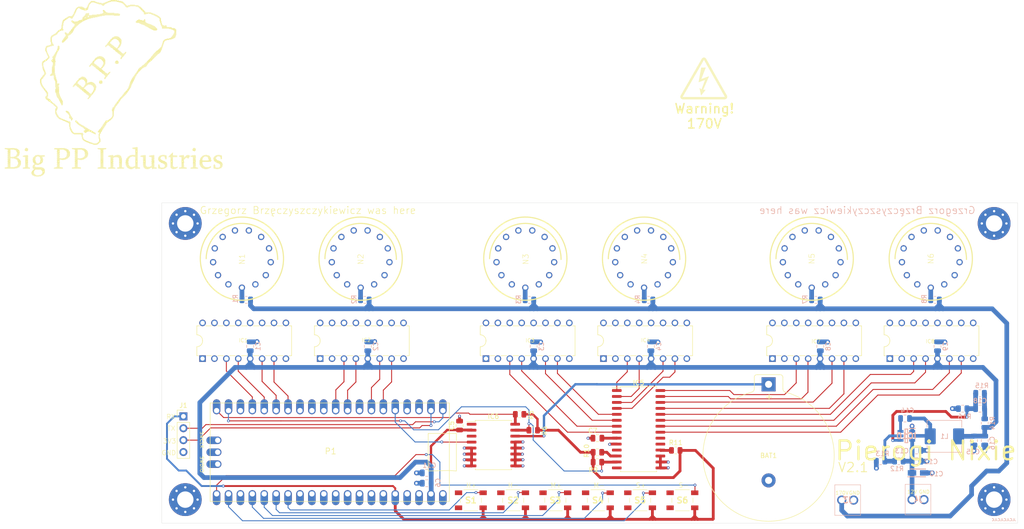
<source format=kicad_pcb>
(kicad_pcb (version 20221018) (generator pcbnew)
  (layers (0 "F.Cu" signal) (1 "In1.Cu" power "GND1") (2 "In2.Cu" power "GND2") (31 "B.Cu" signal) (34 "B.Paste" user) (35 "F.Paste" user) (36 "B.SilkS" user "B.Silkscreen") (37 "F.SilkS" user "F.Silkscreen") (38 "B.Mask" user) (39 "F.Mask" user) (44 "Edge.Cuts" user))
  (net 0 "")
  (net 1 "VCC")
  (net 2 "GND")
  (net 3 "+5V")
  (net 4 "/N13")
  (net 5 "/N10")
  (net 6 "/N11")
  (net 7 "/N15")
  (net 8 "/N14")
  (net 9 "/N16")
  (net 10 "/N17")
  (net 11 "/N12")
  (net 12 "/C1")
  (net 13 "/B1")
  (net 14 "/D1")
  (net 15 "/A1")
  (net 16 "/N19")
  (net 17 "/N18")
  (net 18 "/N23")
  (net 19 "/N20")
  (net 20 "/N21")
  (net 21 "/N25")
  (net 22 "/N24")
  (net 23 "/N26")
  (net 24 "/N27")
  (net 25 "/N22")
  (net 26 "/C2")
  (net 27 "/B2")
  (net 28 "/D2")
  (net 29 "/A2")
  (net 30 "/N29")
  (net 31 "/N28")
  (net 32 "/N33")
  (net 33 "/N30")
  (net 34 "/N31")
  (net 35 "/N35")
  (net 36 "/N34")
  (net 37 "/N36")
  (net 38 "/N37")
  (net 39 "/N32")
  (net 40 "/C3")
  (net 41 "/B3")
  (net 42 "/D3")
  (net 43 "/A3")
  (net 44 "/N39")
  (net 45 "/N38")
  (net 46 "/N43")
  (net 47 "/N40")
  (net 48 "/N41")
  (net 49 "/N45")
  (net 50 "/N44")
  (net 51 "/N46")
  (net 52 "/N47")
  (net 53 "/N42")
  (net 54 "/C4")
  (net 55 "/B4")
  (net 56 "/D4")
  (net 57 "/A4")
  (net 58 "/N49")
  (net 59 "/N48")
  (net 60 "+12V")
  (net 63 "/RSTIO")
  (net 64 "/RSTC")
  (net 66 "/170V1")
  (net 69 "/170V2")
  (net 72 "/170V3")
  (net 75 "/170V4")
  (net 78 "/S1")
  (net 81 "+3V3")
  (net 82 "/S2")
  (net 83 "/S3")
  (net 84 "/S4")
  (net 93 "/SCL1")
  (net 94 "/SDA1")
  (net 97 "/N50")
  (net 98 "/N51")
  (net 99 "/N52")
  (net 100 "/N53")
  (net 101 "/N54")
  (net 102 "/N55")
  (net 103 "/N56")
  (net 104 "/N57")
  (net 105 "/N58")
  (net 106 "/N59")
  (net 107 "/170V5")
  (net 110 "/N60")
  (net 111 "/N61")
  (net 112 "/N62")
  (net 113 "/N63")
  (net 114 "/N64")
  (net 115 "/N65")
  (net 116 "/N66")
  (net 117 "/N67")
  (net 118 "/N68")
  (net 119 "/N69")
  (net 120 "/170V6")
  (net 123 "/C5")
  (net 124 "/B5")
  (net 125 "/D5")
  (net 126 "/A5")
  (net 127 "/C6")
  (net 128 "/B6")
  (net 129 "/D6")
  (net 130 "/A6")
  (net 131 "/TX")
  (net 132 "/RX")
  (net 133 "/S5")
  (net 134 "/S6")
  (net 148 "Net-(IC10-BOOT)")
  (net 149 "Net-(IC10-SW)")
  (net 150 "Net-(C18-Pad1)")
  (net 151 "Net-(IC10-FB)")
  (net 154 "Net-(BAT1-+)")
  (net 155 "Net-(IC10-EN)")
  (footprint "MountingHole:MountingHole_3.5mm_Pad_Via" (layer "F.Cu") (at 70 141.1)
    (fp_text reference "H2" hide)
    (fp_text value "MountingHole" hide)
  )
  (footprint "Package_SO:SOIC-16W_7.5x10.3mm_P1.27mm" (layer "F.Cu") (at 135.712 129.465)
    (fp_text reference "IC6")
    (fp_text value "DS3231M+TRL" hide)
  )
  (footprint "Capacitor_SMD:C_0805_2012Metric" (layer "F.Cu") (at 157.9 128 180)
    (fp_text reference "C7")
    (fp_text value "100nf" hide)
  )
  (footprint "footprints:PTS647SN50SMTR2LFS" (layer "F.Cu") (at 130.9 141.24 180)
    (fp_text reference "S1")
    (fp_text value "PTS647SN50SMTR2LFS" hide)
  )
  (footprint "nixie:HVSMALL" (layer "F.Cu") (at 175.5 56.33115)
    (fp_text reference "U$2" hide)
    (fp_text value "HVSMALL" hide)
  )
  (footprint "footprints:PTS647SN50SMTR2LFS" (layer "F.Cu") (at 167 141.24 180)
    (fp_text reference "S5")
    (fp_text value "PTS647SN50SMTR2LFS" hide)
  )
  (footprint "Resistor_SMD:R_0805_2012Metric" (layer "F.Cu") (at 157.9 133.1)
    (fp_text reference "R9")
    (fp_text value "10k" hide)
  )
  (footprint "MountingHole:MountingHole_3.5mm_Pad_Via" (layer "F.Cu") (at 242.5 82.2)
    (fp_text reference "H3" hide)
    (fp_text value "MountingHole" hide)
  )
  (footprint "Resistor_SMD:R_0805_2012Metric" (layer "F.Cu") (at 141.3 122.9 180)
    (fp_text reference "R5")
    (fp_text value "10k" hide)
  )
  (footprint "Connector_PinHeader_2.54mm:PinHeader_1x04_P2.54mm_Vertical" (layer "F.Cu") (at 69.6 123.34)
    (fp_text reference "J1")
    (fp_text value "M20-9990446" hide)
  )
  (footprint "TimeExpander:DIP16-2.54-19.2X7.62MM" (layer "F.Cu") (at 143.0166 107.22)
    (fp_text reference "IC3")
    (fp_text value "K155ID1" hide)
  )
  (footprint "MountingHole:MountingHole_3.5mm_Pad_Via" (layer "F.Cu") (at 70 82.2 90)
    (fp_text reference "H1" hide)
    (fp_text value "MountingHole" hide)
  )
  (footprint "nixie:BIGPP" (layer "F.Cu") (at 30.735 70.2574)
    (fp_text reference "U$3" hide)
    (fp_text value "BIGPP" hide)
  )
  (footprint "MountingHole:MountingHole_3.5mm_Pad_Via" (layer "F.Cu") (at 242.5 141.1)
    (fp_text reference "H4" hide)
    (fp_text value "MountingHole" hide)
  )
  (footprint "nixie:RPI_PICO_TH" (layer "F.Cu") (at 100.81 130.99 -90)
    (fp_text reference "P1")
    (fp_text value "RPI_PICO-TH" hide)
  )
  (footprint "footprints:PTS647SN50SMTR2LFS" (layer "F.Cu") (at 148.925 141.24 180)
    (fp_text reference "S3")
    (fp_text value "PTS647SN50SMTR2LFS" hide)
  )
  (footprint "footprints:PTS647SN50SMTR2LFS" (layer "F.Cu") (at 176.025 141.24 180)
    (fp_text reference "S6")
    (fp_text value "PTS647SN50SMTR2LFS" hide)
  )
  (footprint "Capacitor_SMD:C_0805_2012Metric" (layer "F.Cu") (at 128.5 125.3 90)
    (fp_text reference "C5")
    (fp_text value "100nf" hide)
  )
  (footprint "Battery:BatteryHolder_Keystone_106_1x20mm" (layer "F.Cu") (at 194.4 116.51 -90)
    (fp_text reference "BAT1")
    (fp_text value "36-106-ND" hide)
  )
  (footprint "Resistor_SMD:R_0805_2012Metric" (layer "F.Cu") (at 157.9 131)
    (fp_text reference "R10")
    (fp_text value "10k" hide)
  )
  (footprint "TimeExpander:DIP16-2.54-19.2X7.62MM" (layer "F.Cu") (at 229.15 107.22)
    (fp_text reference "IC8")
    (fp_text value "K155ID1" hide)
  )
  (footprint "TimeExpander:DIP16-2.54-19.2X7.62MM" (layer "F.Cu") (at 204.116 107.22)
    (fp_text reference "IC7")
    (fp_text value "K155ID1" hide)
  )
  (footprint "Package_SO:SOIC-28W_7.5x17.9mm_P1.27mm" (layer "F.Cu") (at 166.675 126.085)
    (fp_text reference "IC5")
    (fp_text value "MCP23017-E_SO" hide)
  )
  (footprint "Resistor_SMD:R_0805_2012Metric" (layer "F.Cu") (at 174.6 130.6)
    (fp_text reference "R11")
    (fp_text value "10k" hide)
  )
  (footprint "footprints:PTS647SN50SMTR2LFS" (layer "F.Cu") (at 139.925 141.24 180)
    (fp_text reference "S2")
    (fp_text value "PTS647SN50SMTR2LFS" hide)
  )
  (footprint "TimeExpander:DIP16-2.54-19.2X7.62MM" (layer "F.Cu") (at 168.0786 107.22)
    (fp_text reference "IC4")
    (fp_text value "K155ID1" hide)
  )
  (footprint "TimeExpander:DIP16-2.54-19.2X7.62MM" (layer "F.Cu") (at 107.6546 107.22)
    (fp_text reference "IC2")
    (fp_text value "SN74141" hide)
  )
  (footprint "Resistor_SMD:R_0805_2012Metric" (layer "F.Cu") (at 144.2 126.3)
    (fp_text reference "R6")
    (fp_text value "10k" hide)
  )
  (footprint "TimeExpander:DIP16-2.54-19.2X7.62MM" (layer "F.Cu") (at 82.5726 107.22)
    (fp_text reference "IC1")
    (fp_text value "K155ID1" hide)
  )
  (footprint "footprints:PTS647SN50SMTR2LFS" (layer "F.Cu") (at 158 141.24 180)
    (fp_text reference "S4")
    (fp_text value "PTS647SN50SMTR2LFS" hide)
  )
  (footprint "Capacitor_SMD:C_0805_2012Metric" (layer "B.Cu") (at 121.5 137.6 180)
    (fp_text reference "C6")
    (fp_text value "100nf" hide)
  )
  (footprint "Capacitor_SMD:C_0805_2012Metric" (layer "B.Cu") (at 239.5 121.7 180)
    (fp_text reference "C18")
    (fp_text value "75pF" hide)
  )
  (footprint "footprints:CAPPM3216X180N" (layer "B.Cu") (at 226.2875 135.4)
    (fp_text reference "C10")
    (fp_text value "47uF" hide)
  )
  (footprint "nixie:IN-14" (layer "B.Cu") (at 228.9894 89.71 180)
    (fp_text reference "N6")
    (fp_text value "IN-14" hide)
  )
  (footprint "Capacitor_SMD:C_0805_2012Metric" (layer "B.Cu") (at 83.8426 108.4 90)
    (fp_text reference "C1")
    (fp_text value "100nf" hide)
  )
  (footprint "Capacitor_SMD:C_0805_2012Metric" (layer "B.Cu") (at 169.3 108.4 90)
    (fp_text reference "C4")
    (fp_text value "100nf" hide)
  )
  (footprint "Capacitor_SMD:C_0805_2012Metric" (layer "B.Cu") (at 230.434 108.4 90)
    (fp_text reference "C9")
    (fp_text value "100nf" hide)
  )
  (footprint "footprints:OSTVN02A150" (layer "B.Cu") (at 225 141.1)
    (fp_text reference "J4")
    (fp_text value "OSTVN02A150" hide)
  )
  (footprint "Capacitor_SMD:C_0805_2012Metric" (layer "B.Cu") (at 108.934 108.4 90)
    (fp_text reference "C2")
    (fp_text value "100nf" hide)
  )
  (footprint "nixie:IN-14" (layer "B.Cu") (at 167.8446 89.71 180)
    (fp_text reference "N4")
    (fp_text value "IN-14" hide)
  )
  (footprint "footprints:SOT95P280X110-6N" (layer "B.Cu") (at 223.7875 127.5 180)
    (fp_text reference "IC10")
    (fp_text value "TPS54302DDCT" hide)
  )
  (footprint "Inductor_SMD:L_Abracon_ASPI-0630LR" (layer "B.Cu") (at 231.9 127.6)
    (fp_text reference "L1")
    (fp_text value "10uH" hide)
  )
  (footprint "Resistor_SMD:R_0805_2012Metric" (layer "B.Cu") (at 222.1875 132.9 180)
    (fp_text reference "R12")
    (fp_text value "511K " hide)
  )
  (footprint "Resistor_SMD:R_0805_2012Metric" (layer "B.Cu") (at 240.5 124.7875 90)
    (fp_text reference "R14")
    (fp_text value "49.9" hide)
  )
  (footprint "Resistor_SMD:R_0805_2012Metric" (layer "B.Cu") (at 143.4 98.5 180)
    (fp_text reference "R3")
    (fp_text value "10k" hide)
  )
  (footprint "Capacitor_SMD:C_0805_2012Metric" (layer "B.Cu") (at 144.3 108.4 90)
    (fp_text reference "C3")
    (fp_text value "100nf" hide)
  )
  (footprint "Capacitor_SMD:C_0805_2012Metric" (layer "B.Cu") (at 225.95 130.6)
    (fp_text reference "C13")
    (fp_text value ".1uF" hide)
  )
  (footprint "Capacitor_SMD:C_0805_2012Metric" (layer "B.Cu") (at 240.5 128.5 -90)
    (fp_text reference "C16")
    (fp_text value "22uF" hide)
  )
  (footprint "Resistor_SMD:R_0805_2012Metric" (layer "B.Cu") (at 229.9 98.5)
    (fp_text reference "R8")
    (fp_text value "10k" hide)
  )
  (footprint "Capacitor_SMD:C_0805_2012Metric" (layer "B.Cu") (at 121.5 135.4 180)
    (fp_text reference "C11")
    (fp_text value "10uF" hide)
  )
  (footprint "Resistor_SMD:R_0805_2012Metric" (layer "B.Cu") (at 108.3 98.5 180)
    (fp_text reference "R2")
    (fp_text value "10k" hide)
  )
  (footprint "Capacitor_SMD:C_0805_2012Metric" (layer "B.Cu") (at 223.5 123.8)
    (fp_text reference "C14")
    (fp_text value ".1uF" hide)
  )
  (footprint "Capacitor_SMD:C_0805_2012Metric" (layer "B.Cu") (at 238.2 128.5 -90)
    (fp_text reference "C15")
    (fp_text value "22uF" hide)
  )
  (footprint "Resistor_SMD:R_0805_2012Metric" (layer "B.Cu") (at 168.8 98.5 180)
    (fp_text reference "R4")
    (fp_text value "10k" hide)
  )
  (footprint "Resistor_SMD:R_0805_2012Metric" (layer "B.Cu") (at 204.5 98.5)
    (fp_text reference "R7")
    (fp_text value "10k" hide)
  )
  (footprint "Resistor_SMD:R_0805_2012Metric" (layer "B.Cu") (at 83 98.5 180)
    (fp_text reference "R1")
    (fp_text value "10k" hide)
  )
  (footprint "Capacitor_SMD:C_0805_2012Metric" (layer "B.Cu") (at 225.95 132.9)
    (fp_text reference "C12")
    (fp_text value "10uF" hide)
  )
  (footprint "footprints:OSTVN02A150" (layer "B.Cu") (at 210 141.2)
    (fp_text reference "J3")
    (fp_text value "OSTVN02A150" hide)
  )
  (footprint "Resistor_SMD:R_0805_2012Metric" (layer "B.Cu") (at 239.5 118.4 180)
    (fp_text reference "R15")
    (fp_text value "100K" hide)
  )
  (footprint "Resistor_SMD:R_0805_2012Metric" (layer "B.Cu") (at 235.8 121.7 180)
    (fp_text reference "R16")
    (fp_text value "13.3K" hide)
  )
  (footprint "nixie:IN-14" (layer "B.Cu") (at 203.6002 89.71 180)
    (fp_text reference "N5")
    (fp_text value "IN-14" hide)
  )
  (footprint "Resistor_SMD:R_0805_2012Metric" (layer "B.Cu") (at 218.2875 132.9 180)
    (fp_text reference "R13")
    (fp_text value "105K" hide)
  )
  (footprint "Capacitor_SMD:C_0805_2012Metric" (layer "B.Cu") (at 205.434 108.4 90)
    (fp_text reference "C8")
    (fp_text value "100nf" hide)
  )
  (footprint "nixie:IN-14" (layer "B.Cu") (at 142.5228 89.71 180)
    (fp_text reference "N3")
    (fp_text value "IN-14" hide)
  )
  (footprint "nixie:IN-14" (layer "B.Cu") (at 82.0788 89.71 180)
    (fp_text reference "N1")
    (fp_text value "IN-14" hide)
  )
  (footprint "nixie:IN-14" (layer "B.Cu") (at 107.4006 89.71 180)
    (fp_text reference "N2")
    (fp_text value "IN-14" hide)
  )
  (gr_line (start 247.5 146.1) (end 247.5 77.8221) (stroke (width 0.05)) (layer "Edge.Cuts"))
  (gr_line (start 65 146.1) (end 247.5 146.1) (stroke (width 0.05)) (layer "Edge.Cuts"))
  (gr_line (start 247.5 77.8221) (end 65 77.8221) (stroke (width 0.05)) (layer "Edge.Cuts"))
  (gr_line (start 65 77.8221) (end 65 146.1) (stroke (width 0.05)) (layer "Edge.Cuts"))
  (gr_text "Grzegorz Brzęczyszczykiewicz was here" (at 238.6 80.3) (layer "B.SilkS") (effects (font (size 1.542288 1.542288) (thickness 0.134112)) (justify left bottom mirror)))
  (gr_text "JLCJLCJLCJLC" (at 247.2 145.7) (layer "B.SilkS") (effects (font (size 0.5 0.5) (thickness 0.1)) (justify left bottom mirror)))
  (gr_text "M+" (at 147.85 138.64) (layer "F.SilkS") (effects (font (size 1 1) (thickness 0.1)) (justify left bottom)))
  (gr_text "V2.1" (at 209.086954 135.399433) (layer "F.SilkS") (effects (font (size 2 2) (thickness 0.2)) (justify left bottom)))
  (gr_text "H-" (at 138.75 138.64) (layer "F.SilkS") (effects (font (size 1 1) (thickness 0.1)) (justify left bottom)))
  (gr_text "M-" (at 157.025 138.64) (layer "F.SilkS") (effects (font (size 1 1) (thickness 0.1)) (justify left bottom)))
  (gr_text "GND" (at 64.9 131.7) (layer "F.SilkS") (effects (font (size 1 1) (thickness 0.1)) (justify left bottom)))
  (gr_text "3V3" (at 65.2 129.2) (layer "F.SilkS") (effects (font (size 1 1) (thickness 0.1)) (justify left bottom)))
  (gr_text "S-" (at 175.15 138.64) (layer "F.SilkS") (effects (font (size 1 1) (thickness 0.1)) (justify left bottom)))
  (gr_text "SWDIO" (at 73.1 131.78 270) (layer "F.SilkS") (effects (font (size 0.75 0.75) (thickness 0.1)) (justify left bottom)))
  (gr_text "GND\n" (at 211.5 140.1) (layer "F.SilkS") (effects (font (size 0.75 0.75) (thickness 0.1016)) (justify left bottom)))
  (gr_text "Pierogi Nixie" (at 208.286954 132.999433) (layer "F.SilkS") (effects (font (size 4 4) (thickness 0.5)) (justify left bottom)))
  (gr_text "SWCLK" (at 73.1 126.48 270) (layer "F.SilkS") (effects (font (size 0.75 0.75) (thickness 0.1)) (justify left bottom)))
  (gr_text "TX" (at 66.1 126.5) (layer "F.SilkS") (effects (font (size 1 1) (thickness 0.1)) (justify left bottom)))
  (gr_text "S+" (at 166.025 138.64) (layer "F.SilkS") (effects (font (size 1 1) (thickness 0.1)) (justify left bottom)))
  (gr_text "Grzegorz Brzęczyszczykiewicz was here" (at 73 80.3) (layer "F.SilkS") (effects (font (size 1.542288 1.542288) (thickness 0.134112)) (justify left bottom)))
  (gr_text "GND" (at 226.4 139.883) (layer "F.SilkS") (effects (font (size 0.75 0.75) (thickness 0.1016)) (justify left bottom)))
  (gr_text "RX" (at 65.9 124) (layer "F.SilkS") (effects (font (size 1 1) (thickness 0.1)) (justify left bottom)))
  (gr_text "Warning!\n170V" (at 180.7 62.1) (layer "F.SilkS") (effects (font (size 2 2) (thickness 0.3048)) (justify bottom)))
  (gr_text "H+" (at 129.825 138.64) (layer "F.SilkS") (effects (font (size 1 1) (thickness 0.1)) (justify left bottom)))
  (gr_text "12V" (at 223.9 139.883) (layer "F.SilkS") (effects (font (size 0.75 0.75) (thickness 0.1016)) (justify left bottom)))
  (gr_text "170V" (at 208.6 140.1) (layer "F.SilkS") (effects (font (size 0.75 0.75) (thickness 0.1016)) (justify left bottom)))
  (segment (start 230.8 100.4) (end 230 100.4) (width 1) (layer "B.Cu") (net 1))
  (segment (start 144.3 100.4) (end 109.2 100.4) (width 1) (layer "B.Cu") (net 1))
  (segment (start 210 143.4) (end 211.2 144.6) (width 1) (layer "B.Cu") (net 1))
  (segment (start 230.8125 98.5) (end 230.8125 99.6) (width 1) (layer "B.Cu") (net 1))
  (segment (start 240.9 135) (end 243.5 135) (width 1) (layer "B.Cu") (net 1))
  (segment (start 205.4 99.6) (end 204.6 100.4) (width 1) (layer "B.Cu") (net 1))
  (segment (start 211.2 144.6) (end 233.127619 144.6) (width 1) (layer "B.Cu") (net 1))
  (segment (start 237.7 138.2) (end 240.9 135) (width 1) (layer "B.Cu") (net 1))
  (segment (start 230 100.4) (end 205.4 100.4) (width 1) (layer "B.Cu") (net 1))
  (segment (start 84.6 100.4) (end 83.9125 99.7125) (width 1) (layer "B.Cu") (net 1))
  (segment (start 242.1 100.4) (end 231.6 100.4) (width 1) (layer "B.Cu") (net 1))
  (segment (start 205.4125 98.5) (end 205.4125 100.3875) (width 1) (layer "B.Cu") (net 1))
  (segment (start 230.8125 99.6) (end 230.8 99.6) (width 1) (layer "B.Cu") (net 1))
  (segment (start 109.2 100.4) (end 84.6 100.4) (width 1) (layer "B.Cu") (net 1))
  (segment (start 169.7 100.4) (end 144.3 100.4) (width 1) (layer "B.Cu") (net 1))
  (segment (start 169.7125 100.3875) (end 169.7 100.4) (width 1) (layer "B.Cu") (net 1))
  (segment (start 205.4125 99.6125) (end 206.2 100.4) (width 1) (layer "B.Cu") (net 1))
  (segment (start 230.8125 99.6125) (end 231.6 100.4) (width 1) (layer "B.Cu") (net 1))
  (segment (start 83.9125 99.7125) (end 83.9125 98.5) (width 1) (layer "B.Cu") (net 1))
  (segment (start 169.7125 98.5) (end 169.7125 100.3875) (width 1) (layer "B.Cu") (net 1))
  (segment (start 230.8125 100.3875) (end 230.8 100.4) (width 1) (layer "B.Cu") (net 1))
  (segment (start 245.2 133.3) (end 245.2 103.5) (width 1) (layer "B.Cu") (net 1))
  (segment (start 210 141.2) (end 210 143.4) (width 1) (layer "B.Cu") (net 1))
  (segment (start 169.7125 99.6125) (end 170.5 100.4) (width 1) (layer "B.Cu") (net 1))
  (segment (start 243.5 135) (end 245.2 133.3) (width 1) (layer "B.Cu") (net 1))
  (segment (start 109.2125 99.6125) (end 110 100.4) (width 1) (layer "B.Cu") (net 1))
  (segment (start 109.2125 100.3875) (end 109.2 100.4) (width 1) (layer "B.Cu") (net 1))
  (segment (start 144.3125 100.3875) (end 144.3 100.4) (width 1) (layer "B.Cu") (net 1))
  (segment (start 205.4 100.4) (end 169.7 100.4) (width 1) (layer "B.Cu") (net 1))
  (segment (start 169.7 99.6) (end 168.9 100.4) (width 1) (layer "B.Cu") (net 1))
  (segment (start 245.2 103.5) (end 242.1 100.4) (width 1) (layer "B.Cu") (net 1))
  (segment (start 230.8125 99.6) (end 230.8125 99.6125) (width 1) (layer "B.Cu") (net 1))
  (segment (start 231.6 100.4) (end 230.8 100.4) (width 1) (layer "B.Cu") (net 1))
  (segment (start 109.2125 98.5) (end 109.2125 100.3875) (width 1) (layer "B.Cu") (net 1))
  (segment (start 205.4125 100.3875) (end 205.4 100.4) (width 1) (layer "B.Cu") (net 1))
  (segment (start 237.7 140.027619) (end 237.7 138.2) (width 1) (layer "B.Cu") (net 1))
  (segment (start 233.127619 144.6) (end 237.7 140.027619) (width 1) (layer "B.Cu") (net 1))
  (segment (start 144.3125 98.5) (end 144.3125 100.3875) (width 1) (layer "B.Cu") (net 1))
  (segment (start 144.3 99.6) (end 143.5 100.4) (width 1) (layer "B.Cu") (net 1))
  (segment (start 109.2 99.6) (end 108.4 100.4) (width 1) (layer "B.Cu") (net 1))
  (segment (start 230.8125 99.6) (end 230.8125 100.3875) (width 1) (layer "B.Cu") (net 1))
  (segment (start 144.3125 99.6125) (end 145.1 100.4) (width 1) (layer "B.Cu") (net 1))
  (segment (start 230.8 99.6) (end 230 100.4) (width 1) (layer "B.Cu") (net 1))
  (segment (start 140.362 133.91) (end 141.99 133.91) (width 0.6) (layer "F.Cu") (net 2))
  (segment (start 141.99 128.81) (end 142 128.8) (width 0.6) (layer "F.Cu") (net 2))
  (segment (start 140.262 131.41) (end 141.89 131.41) (width 0.6) (layer "F.Cu") (net 2))
  (segment (start 131.062 130.1) (end 129.5 130.1) (width 0.6) (layer "F.Cu") (net 2))
  (segment (start 141.89 131.41) (end 141.9 131.4) (width 0.6) (layer "F.Cu") (net 2))
  (segment (start 172.97 133.07) (end 173 133.1) (width 0.6) (layer "F.Cu") (net 2))
  (segment (start 131.062 132.6) (end 129.5 132.6) (width 0.6) (layer "F.Cu") (net 2))
  (segment (start 141.99 133.91) (end 142 133.9) (width 0.6) (layer "F.Cu") (net 2))
  (segment (start 140.362 130.11) (end 141.99 130.11) (width 0.6) (layer "F.Cu") (net 2))
  (segment (start 131.062 133.9) (end 129.5 133.9) (width 0.6) (layer "F.Cu") (net 2))
  (segment (start 160.54 129.26) (end 160.5 129.3) (width 0.6) (layer "F.Cu") (net 2))
  (segment (start 171.325 133.07) (end 172.97 133.07) (width 0.6) (layer "F.Cu") (net 2))
  (segment (start 171.325 133.07) (end 171.325 134.34) (width 0.6) (layer "F.Cu") (net 2))
  (segment (start 141.99 132.61) (end 142 132.6) (width 0.6) (layer "F.Cu") (net 2))
  (segment (start 172.96 134.34) (end 173 134.3) (width 0.6) (layer "F.Cu") (net 2))
  (segment (start 140.362 132.61) (end 141.99 132.61) (width 0.6) (layer "F.Cu") (net 2))
  (segment (start 131.062 130.1) (end 131.062 133.91) (width 0.6) (layer "F.Cu") (net 2))
  (segment (start 156.95 128) (end 155.9 128) (width 0.6) (layer "F.Cu") (net 2))
  (segment (start 140.362 128.83) (end 140.362 133.91) (width 0.6) (layer "F.Cu") (net 2))
  (segment (start 140.362 128.81) (end 141.99 128.81) (width 0.6) (layer "F.Cu") (net 2))
  (segment (start 171.325 131.8) (end 171.325 133.07) (width 0.6) (layer "F.Cu") (net 2))
  (segment (start 131.062 131.4) (end 129.5 131.4) (width 0.6) (layer "F.Cu") (net 2))
  (segment (start 162.025 129.26) (end 160.54 129.26) (width 0.6) (layer "F.Cu") (net 2))
  (segment (start 141.99 130.11) (end 142 130.1) (width 0.6) (layer "F.Cu") (net 2))
  (segment (start 171.325 134.34) (end 172.96 134.34) (width 0.6) (layer "F.Cu") (net 2))
  (segment (start 128.5 124.35) (end 128.5 123.3) (width 0.6) (layer "F.Cu") (net 2))
  (via (at 141.9 131.4) (size 0.6) (drill 0.3) (layers "F.Cu" "B.Cu") (net 2))
  (via (at 142 132.6) (size 0.6) (drill 0.3) (layers "F.Cu" "B.Cu") (net 2))
  (via (at 170.8 107.5) (size 1) (drill 0.5) (layers "F.Cu" "B.Cu") (net 2))
  (via (at 217.4 134.4) (size 1) (drill 0.5) (layers "F.Cu" "B.Cu") (net 2))
  (via (at 142 130.1) (size 0.6) (drill 0.3) (layers "F.Cu" "B.Cu") (net 2))
  (via (at 232 107.5) (size 1) (drill 0.5) (layers "F.Cu" "B.Cu") (net 2))
  (via (at 228.2 130.6) (size 1) (drill 0.5) (layers "F.Cu" "B.Cu") (net 2))
  (via (at 85.3 107.4) (size 1) (drill 0.5) (layers "F.Cu" "B.Cu") (net 2))
  (via (at 207 107.5) (size 1) (drill 0.5) (layers "F.Cu" "B.Cu") (net 2))
  (via (at 129.5 131.4) (size 0.6) (drill 0.3) (layers "F.Cu" "B.Cu") (net 2))
  (via (at 145.8 107.5) (size 1) (drill 0.5) (layers "F.Cu" "B.Cu") (net 2))
  (via (at 228.2 132.9) (size 1) (drill 0.5) (layers "F.Cu" "B.Cu") (net 2))
  (via (at 129.5 132.6) (size 0.6) (drill 0.3) (layers "F.Cu" "B.Cu") (net 2))
  (via (at 142 133.9) (size 0.6) (drill 0.3) (layers "F.Cu" "B.Cu") (net 2))
  (via (at 155.9 128) (size 0.6) (drill 0.3) (layers "F.Cu" "B.Cu") (net 2))
  (via (at 229.3 135.4) (size 1) (drill 0.5) (layers "F.Cu" "B.Cu") (net 2))
  (via (at 128.5 123.3) (size 0.6) (drill 0.3) (layers "F.Cu" "B.Cu") (net 2))
  (via (at 173 133.1) (size 0.6) (drill 0.3) (layers "F.Cu" "B.Cu") (net 2))
  (via (at 173 134.3) (size 0.6) (drill 0.3) (layers "F.Cu" "B.Cu") (net 2))
  (via (at 240.5 130.7) (size 1) (drill 0.5) (layers "F.Cu" "B.Cu") (net 2))
  (via (at 225 125.4) (size 1) (drill 0.5) (layers "F.Cu" "B.Cu") (net 2))
  (via (at 129.5 130.1) (size 0.6) (drill 0.3) (layers "F.Cu" "B.Cu") (net 2))
  (via (at 233.6 121.7) (size 1) (drill 0.5) (layers "F.Cu" "B.Cu") (net 2))
  (via (at 238.2 130.7) (size 1) (drill 0.5) (layers "F.Cu" "B.Cu") (net 2))
  (via (at 119.3 137.6) (size 1) (drill 0.5) (layers "F.Cu" "B.Cu") (net 2))
  (via (at 160.5 129.3) (size 0.6) (drill 0.3) (layers "F.Cu" "B.Cu") (net 2))
  (via (at 119.3 135.4) (size 1) (drill 0.5) (layers "F.Cu" "B.Cu") (net 2))
  (via (at 129.5 133.9) (size 0.6) (drill 0.3) (layers "F.Cu" "B.Cu") (net 2))
  (via (at 110.4 107.4) (size 1) (drill 0.5) (layers "F.Cu" "B.Cu") (net 2))
  (via (at 142 128.8) (size 0.6) (drill 0.3) (layers "F.Cu" "B.Cu") (net 2))
  (segment (start 230.434 107.45) (end 231.95 107.45) (width 1) (layer "B.Cu") (net 2))
  (segment (start 206.95 107.45) (end 207 107.5) (width 1) (layer "B.Cu") (net 2))
  (segment (start 205.434 107.45) (end 206.95 107.45) (width 1) (layer "B.Cu") (net 2))
  (segment (start 85.25 107.45) (end 85.3 107.4) (width 1) (layer "B.Cu") (net 2))
  (segment (start 217.375 132.9) (end 217.375 134.375) (width 1) (layer "B.Cu") (net 2))
  (segment (start 238.2 129.45) (end 238.2 130.7) (width 1) (layer "B.Cu") (net 2))
  (segment (start 231.95 107.45) (end 232 107.5) (width 1) (layer "B.Cu") (net 2))
  (segment (start 83.8426 107.45) (end 85.25 107.45) (width 1) (layer "B.Cu") (net 2))
  (segment (start 227.5875 135.4) (end 229.3 135.4) (width 1) (layer "B.Cu") (net 2))
  (segment (start 120.55 137.6) (end 119.3 137.6) (width 1) (layer "B.Cu") (net 2))
  (segment (start 234.8875 121.7) (end 233.6 121.7) (width 1) (layer "B.Cu") (net 2))
  (segment (start 110.35 107.45) (end 110.4 107.4) (width 1) (layer "B.Cu") (net 2))
  (segment (start 108.934 107.45) (end 110.35 107.45) (width 1) (layer "B.Cu") (net 2))
  (segment (start 225.0375 125.4375) (end 225 125.4) (width 0.8) (layer "B.Cu") (net 2))
  (segment (start 169.3 107.45) (end 170.75 107.45) (width 1) (layer "B.Cu") (net 2))
  (segment (start 240.5 129.45) (end 240.5 130.7) (width 1) (layer "B.Cu") (net 2))
  (segment (start 170.75 107.45) (end 170.8 107.5) (width 1) (layer "B.Cu") (net 2))
  (segment (start 144.3 107.45) (end 145.75 107.45) (width 1) (layer "B.Cu") (net 2))
  (segment (start 217.375 134.375) (end 217.4 134.4) (width 1) (layer "B.Cu") (net 2))
  (segment (start 226.9 132.9) (end 228.2 132.9) (width 1) (layer "B.Cu") (net 2))
  (segment (start 145.75 107.45) (end 145.8 107.5) (width 1) (layer "B.Cu") (net 2))
  (segment (start 226.9 130.6) (end 228.2 130.6) (width 1) (layer "B.Cu") (net 2))
  (segment (start 120.55 135.4) (end 119.3 135.4) (width 1) (layer "B.Cu") (net 2))
  (segment (start 225.0375 126.55) (end 225.0375 125.4375) (width 0.8) (layer "B.Cu") (net 2))
  (segment (start 128.5 126.25) (end 131.022 126.25) (width 0.6) (layer "F.Cu") (net 3))
  (segment (start 122.4 129.7) (end 125.85 126.25) (width 0.5) (layer "F.Cu") (net 3))
  (segment (start 125.85 126.25) (end 128.5 126.25) (width 0.5) (layer "F.Cu") (net 3))
  (segment (start 162.015 128) (end 162.025 127.99) (width 0.6) (layer "F.Cu") (net 3))
  (segment (start 122.4 139.88) (end 122.4 129.7) (width 0.5) (layer "F.Cu") (net 3))
  (segment (start 131.022 126.25) (end 131.062 126.29) (width 0.6) (layer "F.Cu") (net 3))
  (segment (start 158.85 128) (end 162.015 128) (width 0.6) (layer "F.Cu") (net 3))
  (segment (start 205.386 111.03) (end 205.386 112.1) (width 1) (layer "B.Cu") (net 3))
  (segment (start 230.4 112.1) (end 229.6 112.9) (width 1) (layer "B.Cu") (net 3))
  (segment (start 205.4 112.9) (end 204.6 112.9) (width 1) (layer "B.Cu") (net 3))
  (segment (start 122.45 137.6) (end 122.45 139.83) (width 1) (layer "B.Cu") (net 3))
  (segment (start 121.5 133.1) (end 122.45 134.05) (width 1) (layer "B.Cu") (net 3))
  (segment (start 230.426 109.358) (end 230.434 109.35) (width 1) (layer "B.Cu") (net 3))
  (segment (start 230.42 111.03) (end 230.42 112.2) (width 1) (layer "B.Cu") (net 3))
  (segment (start 122.45 135.4) (end 122.45 137.6) (width 1) (layer "B.Cu") (net 3))
  (segment (start 74 136.4) (end 115.8 136.4) (width 1) (layer "B.Cu") (net 3))
  (segment (start 108.9246 109.3594) (end 108.934 109.35) (width 1) (layer "B.Cu") (net 3))
  (segment (start 108.9246 111.03) (end 108.9246 109.3594) (width 1) (layer "B.Cu") (net 3))
  (segment (start 241.7 125.7) (end 242.9 124.5) (width 1) (layer "B.Cu") (net 3))
  (segment (start 205.386 111.03) (end 205.386 109.398) (width 1) (layer "B.Cu") (net 3))
  (segment (start 240.5 127.55) (end 240.5 125.7) (width 1) (layer "B.Cu") (net 3))
  (segment (start 240.5 125.7) (end 241.7 125.7) (width 1) (layer "B.Cu") (net 3))
  (segment (start 230.5 112.1) (end 231.3 112.9) (width 1) (layer "B.Cu") (net 3))
  (segment (start 205.4 112.1) (end 204.6 112.9) (width 1) (layer "B.Cu") (net 3))
  (segment (start 108.9246 111.03) (end 108.9246 112.8754) (width 1) (layer "B.Cu") (net 3))
  (segment (start 144.2866 109.3634) (end 144.3 109.35) (width 1) (layer "B.Cu") (net 3))
  (segment (start 230.426 111.03) (end 230.426 109.358) (width 1) (layer "B.Cu") (net 3))
  (segment (start 238.15 127.6) (end 238.2 127.55) (width 1) (layer "B.Cu") (net 3))
  (segment (start 234.925 127.6) (end 238.15 127.6) (width 1) (layer "B.Cu") (net 3))
  (segment (start 169.3 112.9) (end 168.5 112.9) (width 1) (layer "B.Cu") (net 3))
  (segment (start 109 112.1) (end 109.8 112.9) (width 1) (layer "B.Cu") (net 3))
  (segment (start 242.9 115.7) (end 240.1 112.9) (width 1) (layer "B.Cu") (net 3))
  (segment (start 170.2 112.9) (end 169.3 112.9) (width 1) (layer "B.Cu") (net 3))
  (segment (start 144.2866 111.03) (end 144.2866 109.3634) (width 1) (layer "B.Cu") (net 3))
  (segment (start 205.386 112.1) (end 205.386 112.886) (width 1) (layer "B.Cu") (net 3))
  (segment (start 73.1 135.5) (end 74 136.4) (width 1) (layer "B.Cu") (net 3))
  (segment (start 169.3486 111.03) (end 169.3486 112.1) (width 1) (layer "B.Cu") (net 3))
  (segment (start 169.3 112.1) (end 168.5 112.9) (width 1) (layer "B.Cu") (net 3))
  (segment (start 206.2 112.9) (end 205.4 112.9) (width 1) (layer "B.Cu") (net 3))
  (segment (start 115.8 136.4) (end 119.1 133.1) (width 1) (layer "B.Cu") (net 3))
  (segment (start 204.6 112.9) (end 170.2 112.9) (width 1) (layer "B.Cu") (net 3))
  (segment (start 144.2866 111.03) (end 144.2866 112.8866) (width 1) (layer "B.Cu") (net 3))
  (segment (start 108.9 112.1) (end 108.1 112.9) (width 1) (layer "B.Cu") (net 3))
  (segment (start 83.8426 111.03) (end 83.8426 109.35) (width 1) (layer "B.Cu") (net 3))
  (segment (start 144.3 112.1) (end 145.1 112.9) (width 1) (layer "B.Cu") (net 3))
  (segment (start 169.3486 112.1) (end 169.3486 112.8514) (width 1) (layer "B.Cu") (net 3))
  (segment (start 119.1 133.1) (end 121.5 133.1) (width 1) (layer "B.Cu") (net 3))
  (segment (start 83.9 112.1) (end 84.7 112.9) (width 1) (layer "B.Cu") (net 3))
  (segment (start 144.2 112.1) (end 143.4 112.9) (width 1) (layer "B.Cu") (net 3))
  (segment (start 83.8426 111.03) (end 83.8426 112.8574) (width 1) (layer "B.Cu") (net 3))
  (segment (start 230.42 112.2) (end 230.42 112.88) (width 1) (layer "B.Cu") (net 3))
  (segment (start 205.4 112.1) (end 206.2 112.9) (width 1) (layer "B.Cu") (net 3))
  (segment (start 122.45 134.05) (end 122.45 135.4) (width 1) (layer "B.Cu") (net 3))
  (segment (start 73.1 120.4) (end 73.1 135.5) (width 1) (layer "B.Cu") (net 3))
  (segment (start 242.9 124.5) (end 242.9 115.7) (width 1) (layer "B.Cu") (net 3))
  (segment (start 83.8 112.1) (end 83 112.9) (width 1) (layer "B.Cu") (net 3))
  (segment (start 169.3486 112.1) (end 169.3 112.1) (width 1) (layer "B.Cu") (net 3))
  (segment (start 168.5 112.9) (end 80.6 112.9) (width 1) (layer "B.Cu") (net 3))
  (segment (start 169.3486 111.03) (end 169.3486 109.3986) (width 1) (layer "B.Cu") (net 3))
  (segment (start 205.386 109.398) (end 205.434 109.35) (width 1) (layer "B.Cu") (net 3))
  (segment (start 80.6 112.9) (end 73.1 120.4) (width 1) (layer "B.Cu") (net 3))
  (segment (start 169.4 112.1) (end 170.2 112.9) (width 1) (layer "B.Cu") (net 3))
  (segment (start 240.1 112.9) (end 206.2 112.9) (width 1) (layer "B.Cu") (net 3))
  (segment (start 238.2 127.55) (end 240.5 127.55) (width 1) (layer "B.Cu") (net 3))
  (segment (start 91.92 122.1) (end 91.92 119.02) (width 0.2) (layer "F.Cu") (net 12))
  (segment (start 91.92 119.02) (end 88.9226 116.0226) (width 0.2) (layer "F.Cu") (net 12))
  (segment (start 88.9226 116.0226) (end 88.9226 111.03) (width 0.2) (layer "F.Cu") (net 12))
  (segment (start 89.38 122.1) (end 89.38 118.88) (width 0.2) (layer "F.Cu") (net 13))
  (segment (start 89.38 118.88) (end 86.3826 115.8826) (width 0.2) (layer "F.Cu") (net 13))
  (segment (start 86.3826 115.8826) (end 86.3826 111.03) (width 0.2) (layer "F.Cu") (net 13))
  (segment (start 86.84 119.24) (end 81.3026 113.7026) (width 0.2) (layer "F.Cu") (net 14))
  (segment (start 81.3026 113.7026) (end 81.3026 111.03) (width 0.2) (layer "F.Cu") (net 14))
  (segment (start 86.84 122.1) (end 86.84 119.24) (width 0.2) (layer "F.Cu") (net 14))
  (segment (start 78.7626 113.6626) (end 78.7626 111.03) (width 0.2) (layer "F.Cu") (net 15))
  (segment (start 84.3 119.2) (end 78.7626 113.6626) (width 0.2) (layer "F.Cu") (net 15))
  (segment (start 84.3 122.1) (end 84.3 119.2) (width 0.2) (layer "F.Cu") (net 15))
  (segment (start 112.24 117.76) (end 114.0046 115.9954) (width 0.2) (layer "F.Cu") (net 26))
  (segment (start 114.0046 115.9954) (end 114.0046 111.03) (width 0.2) (layer "F.Cu") (net 26))
  (segment (start 112.24 122.1) (end 112.24 117.76) (width 0.2) (layer "F.Cu") (net 26))
  (segment (start 109.7 122.1) (end 109.7 117.2) (width 0.2) (layer "F.Cu") (net 27))
  (segment (start 111.4646 115.4354) (end 111.4646 111.03) (width 0.2) (layer "F.Cu") (net 27))
  (segment (start 109.7 117.2) (end 111.4646 115.4354) (width 0.2) (layer "F.Cu") (net 27))
  (segment (start 104.62 122.1) (end 104.62 117.78) (width 0.2) (layer "F.Cu") (net 28))
  (segment (start 106.3846 116.0154) (end 106.3846 111.03) (width 0.2) (layer "F.Cu") (net 28))
  (segment (start 104.62 117.78) (end 106.3846 116.0154) (width 0.2) (layer "F.Cu") (net 28))
  (segment (start 103.8446 115.9554) (end 103.8446 111.03) (width 0.2) (layer "F.Cu") (net 29))
  (segment (start 102.08 122.1) (end 102.1 122.08) (width 0.2) (layer "F.Cu") (net 29))
  (segment (start 102.1 117.7) (end 103.8446 115.9554) (width 0.2) (layer "F.Cu") (net 29))
  (segment (start 102.1 122.08) (end 102.1 117.7) (width 0.2) (layer "F.Cu") (net 29))
  (segment (start 149.3666 114.1666) (end 149.3666 111.03) (width 0.2) (layer "F.Cu") (net 40))
  (segment (start 162.025 122.91) (end 158.11 122.91) (width 0.2) (layer "F.Cu") (net 40))
  (segment (start 158.11 122.91) (end 149.3666 114.1666) (width 0.2) (layer "F.Cu") (net 40))
  (segment (start 146.8266 114.2266) (end 146.8266 111.03) (width 0.2) (layer "F.Cu") (net 41))
  (segment (start 162.025 124.18) (end 156.78 124.18) (width 0.2) (layer "F.Cu") (net 41))
  (segment (start 156.78 124.18) (end 146.8266 114.2266) (width 0.2) (layer "F.Cu") (net 41))
  (segment (start 141.7466 113.6466) (end 141.7466 111.03) (width 0.2) (layer "F.Cu") (net 42))
  (segment (start 162.025 125.45) (end 153.55 125.45) (width 0.2) (layer "F.Cu") (net 42))
  (segment (start 153.55 125.45) (end 141.7466 113.6466) (width 0.2) (layer "F.Cu") (net 42))
  (segment (start 151.52 126.72) (end 139.2066 114.4066) (width 0.2) (layer "F.Cu") (net 43))
  (segment (start 139.2066 114.4066) (end 139.2066 111.03) (width 0.2) (layer "F.Cu") (net 43))
  (segment (start 162.025 126.72) (end 151.52 126.72) (width 0.2) (layer "F.Cu") (net 43))
  (segment (start 165.26 121.64) (end 171.9 115) (width 0.2) (layer "F.Cu") (net 54))
  (segment (start 171.9 115) (end 173.3 115) (width 0.2) (layer "F.Cu") (net 54))
  (segment (start 174.4286 113.8714) (end 174.4286 111.03) (width 0.2) (layer "F.Cu") (net 54))
  (segment (start 162.025 121.64) (end 165.26 121.64) (width 0.2) (layer "F.Cu") (net 54))
  (segment (start 173.3 115) (end 174.4286 113.8714) (width 0.2) (layer "F.Cu") (net 54))
  (segment (start 162.025 120.37) (end 165.23 120.37) (width 0.2) (layer "F.Cu") (net 55))
  (segment (start 171.8886 113.7114) (end 171.8886 111.03) (width 0.2) (layer "F.Cu") (net 55))
  (segment (start 165.23 120.37) (end 171.8886 113.7114) (width 0.2) (layer "F.Cu") (net 55))
  (segment (start 165.1 119.1) (end 166.8086 117.3914) (width 0.2) (layer "F.Cu") (net 56))
  (segment (start 166.8086 117.3914) (end 166.8086 111.03) (width 0.2) (layer "F.Cu") (net 56))
  (segment (start 162.025 119.1) (end 165.1 119.1) (width 0.2) (layer "F.Cu") (net 56))
  (segment (start 162.025 116.075) (end 164.2686 113.8314) (width 0.2) (layer "F.Cu") (net 57))
  (segment (start 164.2686 113.8314) (end 164.2686 111.03) (width 0.2) (layer "F.Cu") (net 57))
  (segment (start 162.025 117.83) (end 162.025 116.075) (width 0.2) (layer "F.Cu") (net 57))
  (segment (start 225 132.9) (end 223.1 132.9) (width 1) (layer "B.Cu") (net 60))
  (segment (start 225 135.4125) (end 224.9875 135.4) (width 1) (layer "B.Cu") (net 60))
  (segment (start 225 132.9) (end 225 130.6) (width 1) (layer "B.Cu") (net 60))
  (segment (start 225 141.1) (end 225 135.4125) (width 1) (layer "B.Cu") (net 60))
  (segment (start 225.0375 128.45) (end 225.0375 130.5625) (width 0.8) (layer "B.Cu") (net 60))
  (segment (start 224.9875 132.9125) (end 225 132.9) (width 1) (layer "B.Cu") (net 60))
  (segment (start 224.9875 135.4) (end 224.9875 132.9125) (width 1) (layer "B.Cu") (net 60))
  (segment (start 225.0375 130.5625) (end 225 130.6) (width 0.8) (layer "B.Cu") (net 60))
  (segment (start 171.395 130.6) (end 171.325 130.53) (width 0.6) (layer "F.Cu") (net 63))
  (segment (start 173.6875 130.6) (end 171.395 130.6) (width 0.6) (layer "F.Cu") (net 63))
  (segment (start 131.062 128.83) (end 124.73 128.83) (width 0.2) (layer "F.Cu") (net 64))
  (segment (start 124.73 128.83) (end 124.7 128.8) (width 0.2) (layer "F.Cu") (net 64))
  (via (at 124.7 128.8) (size 0.6) (drill 0.3) (layers "F.Cu" "B.Cu") (net 64))
  (segment (start 119 128.8) (end 114.78 124.58) (width 0.2) (layer "B.Cu") (net 64))
  (segment (start 114.78 124.58) (end 114.78 122.1) (width 0.2) (layer "B.Cu") (net 64))
  (segment (start 124.7 128.8) (end 119 128.8) (width 0.2) (layer "B.Cu") (net 64))
  (segment (start 82.0875 98.5) (end 82.0875 95.9086) (width 1) (layer "B.Cu") (net 66))
  (segment (start 82.0875 95.9086) (end 82.0788 95.8999) (width 1) (layer "B.Cu") (net 66))
  (segment (start 107.3875 98.5) (end 107.3875 95.913) (width 1) (layer "B.Cu") (net 69))
  (segment (start 107.3875 95.913) (end 107.4006 95.8999) (width 1) (layer "B.Cu") (net 69))
  (segment (start 142.4875 95.9352) (end 142.5228 95.8999) (width 1) (layer "B.Cu") (net 72))
  (segment (start 142.4875 98.5) (end 142.4875 95.9352) (width 1) (layer "B.Cu") (net 72))
  (segment (start 167.8875 95.9428) (end 167.8446 95.8999) (width 1) (layer "B.Cu") (net 75))
  (segment (start 167.8875 98.5) (end 167.8875 95.9428) (width 1) (layer "B.Cu") (net 75))
  (segment (start 132 139.6) (end 133.485 139.6) (width 0.2) (layer "F.Cu") (net 78))
  (segment (start 133.485 139.6) (end 133.525 139.64) (width 0.2) (layer "F.Cu") (net 78))
  (via (at 132 139.6) (size 0.6) (drill 0.3) (layers "F.Cu" "B.Cu") (net 78))
  (segment (start 92.4 143.3) (end 126.3 143.3) (width 0.2) (layer "B.Cu") (net 78))
  (segment (start 91.92 142.82) (end 92.4 143.3) (width 0.2) (layer "B.Cu") (net 78))
  (segment (start 130 139.6) (end 132 139.6) (width 0.2) (layer "B.Cu") (net 78))
  (segment (start 91.92 139.88) (end 91.92 142.82) (width 0.2) (layer "B.Cu") (net 78))
  (segment (start 126.3 143.3) (end 130 139.6) (width 0.2) (layer "B.Cu") (net 78))
  (segment (start 151.55 142.84) (end 151.55 145.25) (width 0.6) (layer "F.Cu") (net 81))
  (segment (start 145.1125 123.9125) (end 145.1125 126.3) (width 0.5) (layer "F.Cu") (net 81))
  (segment (start 149.6 126.3) (end 145.1125 126.3) (width 0.6) (layer "F.Cu") (net 81))
  (segment (start 178.65 144.7) (end 178.6 144.7) (width 0.6) (layer "F.Cu") (net 81))
  (segment (start 160.625 145.275) (end 160.6 145.3) (width 0.6) (layer "F.Cu") (net 81))
  (segment (start 151.5 145.3) (end 160.6 145.3) (width 0.6) (layer "F.Cu") (net 81))
  (segment (start 142.6 145.3) (end 151.5 145.3) (width 0.6) (layer "F.Cu") (net 81))
  (segment (start 151.6 144.7) (end 152.2 145.3) (width 0.6) (layer "F.Cu") (net 81))
  (segment (start 169.625 145.225) (end 169.7 145.3) (width 0.6) (layer "F.Cu") (net 81))
  (segment (start 182.6 134.4) (end 178.8 130.6) (width 0.6) (layer "F.Cu") (net 81))
  (segment (start 160.6 144.7) (end 160 145.3) (width 0.6) (layer "F.Cu") (net 81))
  (segment (start 158.5 136.4) (end 156.9875 134.8875) (width 0.6) (layer "F.Cu") (net 81))
  (segment (start 178.65 142.84) (end 178.65 144.7) (width 0.6) (layer "F.Cu") (net 81))
  (segment (start 151.55 145.25) (end 151.5 145.3) (width 0.6) (layer "F.Cu") (net 81))
  (segment (start 116.6 145.3) (end 133.6 145.3) (width 0.6) (layer "F.Cu") (net 81))
  (segment (start 142.5 144.7) (end 141.9 145.3) (width 0.6) (layer "F.Cu") (net 81))
  (segment (start 78.1 138.2) (end 114.3 138.2) (width 0.4) (layer "F.Cu") (net 81))
  (segment (start 160.625 142.84) (end 160.625 145.275) (width 0.6) (layer "F.Cu") (net 81))
  (segment (start 156.9875 134.8875) (end 156.9875 133.1) (width 0.6) (layer "F.Cu") (net 81))
  (segment (start 114.78 138.68) (end 114.78 139.88) (width 0.4) (layer "F.Cu") (net 81))
  (segment (start 144.1 122.9) (end 145.1125 123.9125) (width 0.5) (layer "F.Cu") (net 81))
  (segment (start 142.6 144.7) (end 143.2 145.3) (width 0.6) (layer "F.Cu") (net 81))
  (segment (start 114.78 139.88) (end 114.78 143.48) (width 0.6) (layer "F.Cu") (net 81))
  (segment (start 178.8 130.6) (end 175.5125 130.6) (width 0.6) (layer "F.Cu") (net 81))
  (segment (start 114.78 143.48) (end 116.6 145.3) (width 0.6) (layer "F.Cu") (net 81))
  (segment (start 175.5125 130.6) (end 175.5125 134.9875) (width 0.6) (layer "F.Cu") (net 81))
  (segment (start 175.5125 134.9875) (end 174.1 136.4) (width 0.6) (layer "F.Cu") (net 81))
  (segment (start 160.7 144.7) (end 161.3 145.3) (width 0.6) (layer "F.Cu") (net 81))
  (segment (start 142.2125 122.9) (end 144.1 122.9) (width 0.5) (layer "F.Cu") (net 81))
  (segment (start 178.65 145.25) (end 178.6 145.3) (width 0.6) (layer "F.Cu") (net 81))
  (segment (start 178.65 144.7) (end 178.65 145.25) (width 0.6) (layer "F.Cu") (net 81))
  (segment (start 178 145.3) (end 178.6 145.3) (width 0.6) (layer "F.Cu") (net 81))
  (segment (start 169.7 144.7) (end 170.3 145.3) (width 0.6) (layer "F.Cu") (net 81))
  (segment (start 169.7 145.3) (end 178 145.3) (width 0.6) (layer "F.Cu") (net 81))
  (segment (start 133.6 145.3) (end 142.6 145.3) (width 0.6) (layer "F.Cu") (net 81))
  (segment (start 182.5 145.3) (end 182.6 145.2) (width 0.6) (layer "F.Cu") (net 81))
  (segment (start 154.3 131) (end 149.6 126.3) (width 0.6) (layer "F.Cu") (net 81))
  (segment (start 133.5 144.7) (end 132.9 145.3) (width 0.6) (layer "F.Cu") (net 81))
  (segment (start 133.6 144.7) (end 134.2 145.3) (width 0.6) (layer "F.Cu") (net 81))
  (segment (start 142.55 145.25) (end 142.6 145.3) (width 0.6) (layer "F.Cu") (net 81))
  (segment (start 182.6 145.2) (end 182.6 134.4) (width 0.6) (layer "F.Cu") (net 81))
  (segment (start 133.525 145.225) (end 133.6 145.3) (width 0.6) (layer "F.Cu") (net 81))
  (segment (start 178.7 144.7) (end 179.3 145.3) (width 0.6) (layer "F.Cu") (net 81))
  (segment (start 178.6 145.3) (end 179.3 145.3) (width 0.6) (layer "F.Cu") (net 81))
  (segment (start 178.6 144.7) (end 178 145.3) (width 0.6) (layer "F.Cu") (net 81))
  (segment (start 151.5 144.7) (end 150.9 145.3) (width 0.6) (layer "F.Cu") (net 81))
  (segment (start 174.1 136.4) (end 158.5 136.4) (width 0.6) (layer "F.Cu") (net 81))
  (segment (start 169.6 144.7) (end 169 145.3) (width 0.6) (layer "F.Cu") (net 81))
  (segment (start 156.9875 133.1) (end 156.9875 131) (width 0.6) (layer "F.Cu") (net 81))
  (segment (start 178.65 144.7) (end 178.7 144.7) (width 0.6) (layer "F.Cu") (net 81))
  (segment (start 169.625 142.84) (end 169.625 145.225) (width 0.6) (layer "F.Cu") (net 81))
  (segment (start 133.525 142.84) (end 133.525 145.225) (width 0.6) (layer "F.Cu") (net 81))
  (segment (start 114.3 138.2) (end 114.78 138.68) (width 0.4) (layer "F.Cu") (net 81))
  (segment (start 156.9875 131) (end 154.3 131) (width 0.6) (layer "F.Cu") (net 81))
  (segment (start 142.55 142.84) (end 142.55 145.25) (width 0.6) (layer "F.Cu") (net 81))
  (segment (start 160.6 145.3) (end 169.7 145.3) (width 0.6) (layer "F.Cu") (net 81))
  (segment (start 179.3 145.3) (end 182.5 145.3) (width 0.6) (layer "F.Cu") (net 81))
  (via (at 78.1 138.2) (size 0.6) (drill 0.3) (layers "F.Cu" "B.Cu") (net 81))
  (segment (start 66.1 124.9) (end 67.66 123.34) (width 0.4) (layer "B.Cu") (net 81))
  (segment (start 67.66 123.34) (end 69.6 123.34) (width 0.4) (layer "B.Cu") (net 81))
  (segment (start 66.1 132.4) (end 66.1 124.9) (width 0.4) (layer "B.Cu") (net 81))
  (segment (start 70.2 134.9) (end 68.6 134.9) (width 0.4) (layer "B.Cu") (net 81))
  (segment (start 68.6 134.9) (end 66.1 132.4) (width 0.4) (layer "B.Cu") (net 81))
  (segment (start 78.1 138.2) (end 73.5 138.2) (width 0.4) (layer "B.Cu") (net 81))
  (segment (start 73.5 138.2) (end 70.2 134.9) (width 0.4) (layer "B.Cu") (net 81))
  (segment (start 141 139.6) (end 142.51 139.6) (width 0.2) (layer "F.Cu") (net 82))
  (segment (start 142.51 139.6) (end 142.55 139.64) (width 0.2) (layer "F.Cu") (net 82))
  (via (at 141 139.6) (size 0.6) (drill 0.3) (layers "F.Cu" "B.Cu") (net 82))
  (segment (start 90.1 143.9) (end 137.8 143.9) (width 0.2) (layer "B.Cu") (net 82))
  (segment (start 137.8 143.9) (end 141 140.7) (width 0.2) (layer "B.Cu") (net 82))
  (segment (start 141 140.7) (end 141 139.6) (width 0.2) (layer "B.Cu") (net 82))
  (segment (start 89.38 143.18) (end 90.1 143.9) (width 0.2) (layer "B.Cu") (net 82))
  (segment (start 89.38 139.88) (end 89.38 143.18) (width 0.2) (layer "B.Cu") (net 82))
  (segment (start 151.51 139.6) (end 151.55 139.64) (width 0.2) (layer "F.Cu") (net 83))
  (segment (start 149.7 139.6) (end 151.51 139.6) (width 0.2) (layer "F.Cu") (net 83))
  (via (at 149.7 139.6) (size 0.6) (drill 0.3) (layers "F.Cu" "B.Cu") (net 83))
  (segment (start 146.2 144.5) (end 149.7 141) (width 0.2) (layer "B.Cu") (net 83))
  (segment (start 86.84 142.74) (end 88.6 144.5) (width 0.2) (layer "B.Cu") (net 83))
  (segment (start 86.84 139.88) (end 86.84 142.74) (width 0.2) (layer "B.Cu") (net 83))
  (segment (start 88.6 144.5) (end 146.2 144.5) (width 0.2) (layer "B.Cu") (net 83))
  (segment (start 149.7 141) (end 149.7 139.6) (width 0.2) (layer "B.Cu") (net 83))
  (segment (start 159 139.7) (end 160.565 139.7) (width 0.2) (layer "F.Cu") (net 84))
  (segment (start 160.565 139.7) (end 160.625 139.64) (width 0.2) (layer "F.Cu") (net 84))
  (via (at 159 139.7) (size 0.6) (drill 0.3) (layers "F.Cu" "B.Cu") (net 84))
  (segment (start 84.3 142.7) (end 86.7 145.1) (width 0.2) (layer "B.Cu") (net 84))
  (segment (start 155.1 145.1) (end 159 141.2) (width 0.2) (layer "B.Cu") (net 84))
  (segment (start 86.7 145.1) (end 155.1 145.1) (width 0.2) (layer "B.Cu") (net 84))
  (segment (start 159 141.2) (end 159 139.7) (width 0.2) (layer "B.Cu") (net 84))
  (segment (start 84.3 139.88) (end 84.3 142.7) (width 0.2) (layer "B.Cu") (net 84))
  (segment (start 130.7 122.9) (end 130.4476 122.6476) (width 0.2) (layer "F.Cu") (net 93))
  (segment (start 160.7 131.8) (end 159.9 131) (width 0.6) (layer "F.Cu") (net 93))
  (segment (start 140.3875 124.9945) (end 140.362 125.02) (width 0.6) (layer "F.Cu") (net 93))
  (segment (start 127.5524 122.6476) (end 126.6 123.6) (width 0.2) (layer "F.Cu") (net 93))
  (segment (start 140.3875 122.9) (end 140.3875 124.9945) (width 0.6) (layer "F.Cu") (net 93))
  (segment (start 126.6 123.6) (end 78.18 123.6) (width 0.2) (layer "F.Cu") (net 93))
  (segment (start 140.3875 122.9) (end 130.7 122.9) (width 0.2) (layer "F.Cu") (net 93))
  (segment (start 130.4476 122.6476) (end 127.5524 122.6476) (width 0.2) (layer "F.Cu") (net 93))
  (segment (start 159.9 131) (end 158.8125 131) (width 0.6) (layer "F.Cu") (net 93))
  (segment (start 162.025 131.8) (end 160.7 131.8) (width 0.6) (layer "F.Cu") (net 93))
  (segment (start 78.18 123.6) (end 76.68 122.1) (width 0.2) (layer "F.Cu") (net 93))
  (segment (start 143.2775 126.29) (end 143.2875 126.3) (width 0.6) (layer "F.Cu") (net 94))
  (segment (start 158.8125 133.1) (end 161.995 133.1) (width 0.6) (layer "F.Cu") (net 94))
  (segment (start 143.2875 126.3) (end 143.2875 124.9125) (width 0.2) (layer "F.Cu") (net 94))
  (segment (start 143.2875 124.9125) (end 143.3 124.9) (width 0.2) (layer "F.Cu") (net 94))
  (segment (start 158.8 133.1125) (end 158.8125 133.1) (width 0.2) (layer "F.Cu") (net 94))
  (segment (start 161.995 133.1) (end 162.025 133.07) (width 0.6) (layer "F.Cu") (net 94))
  (segment (start 140.362 126.29) (end 143.2775 126.29) (width 0.6) (layer "F.Cu") (net 94))
  (segment (start 90.4 124.3) (end 79.2 124.3) (width 0.2) (layer "F.Cu") (net 94))
  (segment (start 158.8 135) (end 158.8 133.1125) (width 0.2) (layer "F.Cu") (net 94))
  (segment (start 115.9 124.3) (end 90.4 124.3) (width 0.2) (layer "F.Cu") (net 94))
  (via (at 79.2 124.3) (size 0.6) (drill 0.3) (layers "F.Cu" "B.Cu") (net 94))
  (via (at 158.8 135) (size 0.6) (drill 0.3) (layers "F.Cu" "B.Cu") (net 94))
  (via (at 143.3 124.9) (size 0.6) (drill 0.3) (layers "F.Cu" "B.Cu") (net 94))
  (via (at 115.9 124.3) (size 0.6) (drill 0.3) (layers "F.Cu" "B.Cu") (net 94))
  (segment (start 124 126.2) (end 118.7 126.2) (width 0.2) (layer "B.Cu") (net 94))
  (segment (start 116.8 124.3) (end 115.9 124.3) (width 0.2) (layer "B.Cu") (net 94))
  (segment (start 118.7 126.2) (end 116.8 124.3) (width 0.2) (layer "B.Cu") (net 94))
  (segment (start 143.7 124.9) (end 144.2 125.4) (width 0.2) (layer "B.Cu") (net 94))
  (segment (start 79.2 124.3) (end 79.2 122.12) (width 0.2) (layer "B.Cu") (net 94))
  (segment (start 144.2 128.4) (end 150.8 135) (width 0.2) (layer "B.Cu") (net 94))
  (segment (start 142.6 121.3) (end 128.9 121.3) (width 0.2) (layer "B.Cu") (net 94))
  (segment (start 79.2 122.12) (end 79.22 122.1) (width 0.2) (layer "B.Cu") (net 94))
  (segment (start 144.2 125.4) (end 144.2 128.4) (width 0.2) (layer "B.Cu") (net 94))
  (segment (start 143.3 124.9) (end 143.7 124.9) (width 0.2) (layer "B.Cu") (net 94))
  (segment (start 143.3 122) (end 142.6 121.3) (width 0.2) (layer "B.Cu") (net 94))
  (segment (start 128.9 121.3) (end 124 126.2) (width 0.2) (layer "B.Cu") (net 94))
  (segment (start 150.8 135) (end 158.8 135) (width 0.2) (layer "B.Cu") (net 94))
  (segment (start 143.3 124.9) (end 143.3 122) (width 0.2) (layer "B.Cu") (net 94))
  (segment (start 203.5875 98.5) (end 203.5875 95.9126) (width 1) (layer "B.Cu") (net 107))
  (segment (start 203.5875 95.9126) (end 203.6002 95.8999) (width 1) (layer "B.Cu") (net 107))
  (segment (start 228.9875 95.9018) (end 228.9894 95.8999) (width 1) (layer "B.Cu") (net 120))
  (segment (start 228.9875 98.5) (end 228.9875 95.9018) (width 1) (layer "B.Cu") (net 120))
  (segment (start 171.325 121.64) (end 207.36 121.64) (width 0.2) (layer "F.Cu") (net 123))
  (segment (start 210.466 118.534) (end 210.466 111.03) (width 0.2) (layer "F.Cu") (net 123))
  (segment (start 207.36 121.64) (end 210.466 118.534) (width 0.2) (layer "F.Cu") (net 123))
  (segment (start 171.395 120.3) (end 203.9 120.3) (width 0.2) (layer "F.Cu") (net 124))
  (segment (start 203.9 120.3) (end 207.926 116.274) (width 0.2) (layer "F.Cu") (net 124))
  (segment (start 171.325 120.37) (end 171.395 120.3) (width 0.2) (layer "F.Cu") (net 124))
  (segment (start 207.926 116.274) (end 207.926 111.03) (width 0.2) (layer "F.Cu") (net 124))
  (segment (start 185.8 119.1) (end 186.3 119.6) (width 0.2) (layer "F.Cu") (net 125))
  (segment (start 201.4 119.6) (end 202.8 118.2) (width 0.2) (layer "F.Cu") (net 125))
  (segment (start 186.3 119.6) (end 201.4 119.6) (width 0.2) (layer "F.Cu") (net 125))
  (segment (start 202.8 111.076) (end 202.846 111.03) (width 0.2) (layer "F.Cu") (net 125))
  (segment (start 202.8 118.2) (end 202.8 111.076) (width 0.2) (layer "F.Cu") (net 125))
  (segment (start 171.325 119.1) (end 185.8 119.1) (width 0.2) (layer "F.Cu") (net 125))
  (segment (start 187 118.7) (end 197.8 118.7) (width 0.2) (layer "F.Cu") (net 126))
  (segment (start 200.3 111.036) (end 200.306 111.03) (width 0.2) (layer "F.Cu") (net 126))
  (segment (start 171.325 117.83) (end 186.13 117.83) (width 0.2) (layer "F.Cu") (net 126))
  (segment (start 200.3 116.2) (end 200.3 111.036) (width 0.2) (layer "F.Cu") (net 126))
  (segment (start 197.8 118.7) (end 200.3 116.2) (width 0.2) (layer "F.Cu") (net 126))
  (segment (start 186.13 117.83) (end 187 118.7) (width 0.2) (layer "F.Cu") (net 126))
  (segment (start 235.5 114.1) (end 235.5 111.03) (width 0.2) (layer "F.Cu") (net 127))
  (segment (start 230.8 118.8) (end 235.5 114.1) (width 0.2) (layer "F.Cu") (net 127))
  (segment (start 217.7 118.8) (end 230.8 118.8) (width 0.2) (layer "F.Cu") (net 127))
  (segment (start 171.325 126.72) (end 209.78 126.72) (width 0.2) (layer "F.Cu") (net 127))
  (segment (start 209.78 126.72) (end 217.7 118.8) (width 0.2) (layer "F.Cu") (net 127))
  (segment (start 171.325 125.45) (end 208.85 125.45) (width 0.2) (layer "F.Cu") (net 128))
  (segment (start 232.96 114.04) (end 232.96 111.03) (width 0.2) (layer "F.Cu") (net 128))
  (segment (start 229.4 117.6) (end 232.96 114.04) (width 0.2) (layer "F.Cu") (net 128))
  (segment (start 216.7 117.6) (end 229.4 117.6) (width 0.2) (layer "F.Cu") (net 128))
  (segment (start 208.85 125.45) (end 216.7 117.6) (width 0.2) (layer "F.Cu") (net 128))
  (segment (start 171.325 124.18) (end 208.32 124.18) (width 0.2) (layer "F.Cu") (net 129))
  (segment (start 225.6 116.2) (end 227.88 113.92) (width 0.2) (layer "F.Cu") (net 129))
  (segment (start 227.88 113.92) (end 227.88 111.03) (width 0.2) (layer "F.Cu") (net 129))
  (segment (start 216.3 116.2) (end 225.6 116.2) (width 0.2) (layer "F.Cu") (net 129))
  (segment (start 208.32 124.18) (end 216.3 116.2) (width 0.2) (layer "F.Cu") (net 129))
  (segment (start 216.1 114.4) (end 224.7 114.4) (width 0.2) (layer "F.Cu") (net 130))
  (segment (start 207.59 122.91) (end 216.1 114.4) (width 0.2) (layer "F.Cu") (net 130))
  (segment (start 225.34 113.76) (end 225.34 111.03) (width 0.2) (layer "F.Cu") (net 130))
  (segment (start 224.7 114.4) (end 225.34 113.76) (width 0.2) (layer "F.Cu") (net 130))
  (segment (start 171.325 122.91) (end 207.59 122.91) (width 0.2) (layer "F.Cu") (net 130))
  (segment (start 72.78 128.42) (end 69.6 128.42) (width 0.2) (layer "F.Cu") (net 131))
  (segment (start 122.4 125.3) (end 120.5 125.3) (width 0.2) (layer "F.Cu") (net 131))
  (segment (start 120 125.8) (end 75.4 125.8) (width 0.2) (layer "F.Cu") (net 131))
  (segment (start 75.4 125.8) (end 72.78 128.42) (width 0.2) (layer "F.Cu") (net 131))
  (segment (start 120.5 125.3) (end 120 125.8) (width 0.2) (layer "F.Cu") (net 131))
  (via (at 122.4 125.3) (size 0.6) (drill 0.3) (layers "F.Cu" "B.Cu") (net 131))
  (segment (start 122.4 125.3) (end 122.4 122.1) (width 0.2) (layer "B.Cu") (net 131))
  (segment (start 118.5 125.1) (end 74.4 125.1) (width 0.2) (layer "F.Cu") (net 132))
  (segment (start 123.1 124.5) (end 119.1 124.5) (width 0.2) (layer "F.Cu") (net 132))
  (segment (start 119.1 124.5) (end 118.5 125.1) (width 0.2) (layer "F.Cu") (net 132))
  (segment (start 74.4 125.1) (end 73.62 125.88) (width 0.2) (layer "F.Cu") (net 132))
  (segment (start 73.62 125.88) (end 69.6 125.88) (width 0.2) (layer "F.Cu") (net 132))
  (via (at 123.1 124.5) (size 0.6) (drill 0.3) (layers "F.Cu" "B.Cu") (net 132))
  (segment (start 124.94 122.1) (end 124.94 123.66) (width 0.2) (layer "B.Cu") (net 132))
  (segment (start 124.1 124.5) (end 123.1 124.5) (width 0.2) (layer "B.Cu") (net 132))
  (segment (start 124.94 123.66) (end 124.1 124.5) (width 0.2) (layer "B.Cu") (net 132))
  (segment (start 169.565 139.7) (end 169.625 139.64) (width 0.2) (layer "F.Cu") (net 133))
  (segment (start 167.7 139.7) (end 169.565 139.7) (width 0.2) (layer "F.Cu") (net 133))
  (via (at 167.7 139.7) (size 0.6) (drill 0.3) (layers "F.Cu" "B.Cu") (net 133))
  (segment (start 82.2 145.6) (end 163.6 145.6) (width 0.2) (layer "B.Cu") (net 133))
  (segment (start 163.6 145.6) (end 167.7 141.5) (width 0.2) (layer "B.Cu") (net 133))
  (segment (start 167.7 141.5) (end 167.7 139.7) (width 0.2) (layer "B.Cu") (net 133))
  (segment (start 79.22 139.88) (end 79.22 142.62) (width 0.2) (layer "B.Cu") (net 133))
  (segment (start 79.22 142.62) (end 82.2 145.6) (width 0.2) (layer "B.Cu") (net 133))
  (segment (start 178.7 138) (end 178.7 139.59) (width 0.2) (layer "F.Cu") (net 134))
  (segment (start 119.2 131.5) (end 121.4 131.5) (width 0.2) (layer "F.Cu") (net 134))
  (segment (start 78.7 136) (end 114.7 136) (width 0.2) (layer "F.Cu") (net 134))
  (segment (start 178.7 139.59) (end 178.65 139.64) (width 0.2) (layer "F.Cu") (net 134))
  (segment (start 76.68 139.88) (end 76.68 138.02) (width 0.2) (layer "F.Cu") (net 134))
  (segment (start 114.7 136) (end 119.2 131.5) (width 0.2) (layer "F.Cu") (net 134))
  (segment (start 76.68 138.02) (end 78.7 136) (width 0.2) (layer "F.Cu") (net 134))
  (via (at 178.7 138) (size 0.6) (drill 0.3) (layers "F.Cu" "B.Cu") (net 134))
  (via (at 121.4 131.5) (size 0.6) (drill 0.3) (layers "F.Cu" "B.Cu") (net 134))
  (segment (start 124.3 133.1) (end 124.3 138) (width 0.2) (layer "B.Cu") (net 134))
  (segment (start 124.3 138) (end 178.7 138) (width 0.2) (layer "B.Cu") (net 134))
  (segment (start 122.7 131.5) (end 124.3 133.1) (width 0.2) (layer "B.Cu") (net 134))
  (segment (start 121.4 131.5) (end 122.7 131.5) (width 0.2) (layer "B.Cu") (net 134))
  (segment (start 222.55 123.8) (end 222.55 126.5375) (width 0.6) (layer "B.Cu") (net 148))
  (segment (start 225.0375 127.5) (end 228.875 127.5) (width 0.75) (layer "B.Cu") (net 149))
  (segment (start 227.6 123.8) (end 224.45 123.8) (width 0.8) (layer "B.Cu") (net 149))
  (segment (start 228.875 125.075) (end 227.6 123.8) (width 0.8) (layer "B.Cu") (net 149))
  (segment (start 228.875 127.5) (end 228.875 125.075) (width 0.8) (layer "B.Cu") (net 149))
  (segment (start 240.45 121.7) (end 240.45 118.4375) (width 1) (layer "B.Cu") (net 150))
  (segment (start 240.5 123.875) (end 240.5 121.75) (width 1) (layer "B.Cu") (net 150))
  (segment (start 240.45 118.4375) (end 240.4125 118.4) (width 1) (layer "B.Cu") (net 150))
  (segment (start 240.5 121.75) (end 240.45 121.7) (width 1) (layer "B.Cu") (net 150))
  (segment (start 232.2 122.3) (end 232.8 122.9) (width 0.6) (layer "F.Cu") (net 151))
  (segment (start 233.4 123.5) (end 236.7 123.5) (width 0.6) (layer "F.Cu") (net 151))
  (segment (start 221.7 122.3) (end 232.2 122.3) (width 0.6) (layer "F.Cu") (net 151))
  (segment (start 220.9 123.1) (end 221.7 122.3) (width 0.6) (layer "F.Cu") (net 151))
  (segment (start 232.8 122.9) (end 233.4 123.5) (width 0.6) (layer "F.Cu") (net 151))
  (segment (start 220.9 128.5) (end 220.9 123.1) (width 0.6) (layer "F.Cu") (net 151))
  (via (at 220.9 128.5) (size 0.6) (drill 0.3) (layers "F.Cu" "B.Cu") (net 151))
  (via (at 236.7 123.5) (size 0.6) (drill 0.3) (layers "F.Cu" "B.Cu") (net 151))
  (segment (start 222.5375 128.45) (end 220.95 128.45) (width 0.6) (layer "B.Cu") (net 151))
  (segment (start 238.55 121.7) (end 236.7125 121.7) (width 1) (layer "B.Cu") (net 151))
  (segment (start 238.55 121.7) (end 238.55 118.4375) (width 1) (layer "B.Cu") (net 151))
  (segment (start 236.7 123.5) (end 236.7 121.7125) (width 0.6) (layer "B.Cu") (net 151))
  (segment (start 236.7 121.7125) (end 236.7125 121.7) (width 0.6) (layer "B.Cu") (net 151))
  (segment (start 220.95 128.45) (end 220.9 128.5) (width 0.6) (layer "B.Cu") (net 151))
  (segment (start 238.55 118.4375) (end 238.5875 118.4) (width 1) (layer "B.Cu") (net 151))
  (segment (start 146.44 127.56) (end 146.5 127.5) (width 0.5) (layer "F.Cu") (net 154))
  (segment (start 140.362 127.56) (end 146.44 127.56) (width 0.5) (layer "F.Cu") (net 154))
  (via (at 146.5 127.5) (size 0.6) (drill 0.3) (layers "F.Cu" "B.Cu") (net 154))
  (segment (start 157.81 116.51) (end 194.4 116.51) (width 0.5) (layer "B.Cu") (net 154))
  (segment (start 146.5 123.2) (end 153.2 116.5) (width 0.5) (layer "B.Cu") (net 154))
  (segment (start 146.5 127.5) (end 146.5 123.2) (width 0.5) (layer "B.Cu") (net 154))
  (segment (start 153.2 116.5) (end 157.8 116.5) (width 0.5) (layer "B.Cu") (net 154))
  (segment (start 157.8 116.5) (end 157.81 116.51) (width 0.5) (layer "B.Cu") (net 154))
  (segment (start 221.275 132.9) (end 219.2 132.9) (width 1) (layer "B.Cu") (net 155))
  (segment (start 219.2 128.5) (end 219.2 132.9) (width 0.6) (layer "B.Cu") (net 155))
  (segment (start 222.5375 127.5) (end 220.2 127.5) (width 0.6) (layer "B.Cu") (net 155))
  (segment (start 220.2 127.5) (end 219.2 128.5) (width 0.6) (layer "B.Cu") (net 155))
)
</source>
